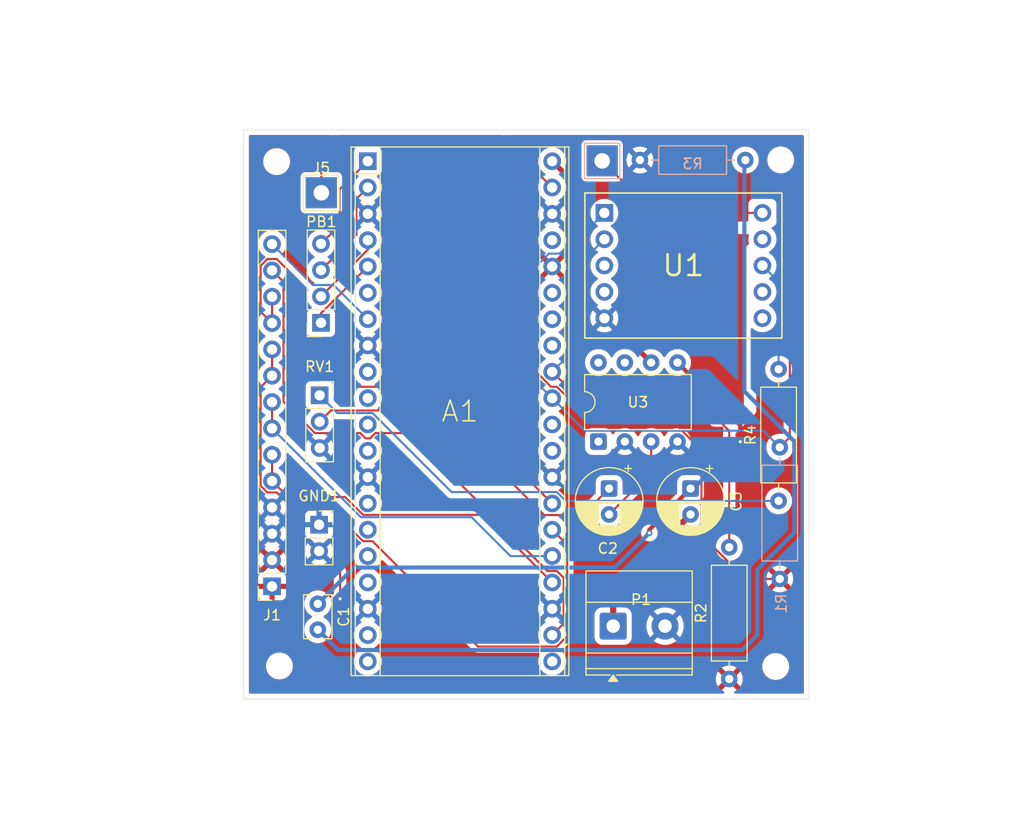
<source format=kicad_pcb>
(kicad_pcb (version 20241229) (generator "pcbnew") (generator_version "9.0")
  (layers (0 "F.Cu" signal) (2 "B.Cu" signal) (13 "F.Paste" user) (15 "B.Paste" user) (5 "F.SilkS" user "F.Silkscreen") (7 "B.SilkS" user "B.Silkscreen") (1 "F.Mask" user) (3 "B.Mask" user) (25 "Edge.Cuts" user))
  (net 0 "")
  (net 1 "GND")
  (net 2 "+3V3")
  (net 3 "Net-(U1-LOUT)")
  (net 9 "Net-(C1-Pad1)")
  (net 10 "Net-(C1-Pad2)")
  (net 11 "Net-(C2-Pad2)")
  (net 12 "Net-(C2-Pad1)")
  (net 13 "Net-(C3-Pad2)")
  (net 14 "Net-(A1-VSYS)")
  (net 16 "Net-(A1-GPIO18)")
  (net 17 "Net-(A1-GPIO26_ADC0)")
  (net 18 "Net-(A1-GPIO3)")
  (net 21 "Net-(A1-GPIO5)")
  (net 23 "Net-(A1-GPIO21)")
  (net 24 "Net-(A1-GPIO20)")
  (net 34 "Net-(A1-GPIO1)")
  (net 36 "Net-(A1-VBUS)")
  (net 37 "Net-(Antennae1-Pin_1)")
  (net 38 "Net-(A1-GPIO19)")
  (net 40 "Net-(A1-GPIO0)")
  (net 42 "Net-(A1-GPIO2)")
  (net 43 "Net-(A1-GPIO27_ADC1)")
  (net 44 "Net-(A1-GPIO17)")
  (net 46 "Net-(R4-Pad1)")
  (footprint "Capacitor_THT:C_Rect_L4.0mm_W2.5mm_P2.50mm" (layer "F.Cu") (at 101.32 111.17 -90)
    (property "Reference" "C1" (at 1.25 -2.5 90) (layer "F.SilkS"))
    (property "Value" "0.05uF")
    (pad "1" thru_hole circle (at 0 0 270) (size 1.6 1.6) (drill 0.8) (layers "*.Cu" "*.Mask") (net 9 "Net-(C1-Pad1)"))
    (pad "2" thru_hole circle (at 2.5 0 270) (size 1.6 1.6) (drill 0.8) (layers "*.Cu" "*.Mask") (net 10 "Net-(C1-Pad2)"))
  )
  (footprint "MountingHole:MountingHole_2.1mm" (layer "F.Cu") (at 145.95 68.35)
    (property "Reference" "H1" (hide yes))
    (property "Value" "MountingHole")
    (pad "" np_thru_hole circle (at 0 0) (size 2.1 2.1) (drill 2.1) (layers "*.Cu" "*.Mask"))
  )
  (footprint "Capacitor_THT:CP_Radial_D6.3mm_P2.50mm" (layer "F.Cu") (at 129.41 100.05 -90)
    (property "Reference" "C2" (at 5.78 0.13 0) (layer "F.SilkS"))
    (property "Value" "10uF")
    (pad "1" thru_hole roundrect (at 0 0 270) (size 1.6 1.6) (drill 0.8) (layers "*.Cu" "*.Mask") (roundrect_rratio 0.15625) (net 12 "Net-(C2-Pad1)"))
    (pad "2" thru_hole circle (at 2.5 0 270) (size 1.6 1.6) (drill 0.8) (layers "*.Cu" "*.Mask") (net 11 "Net-(C2-Pad2)"))
  )
  (footprint "Package_DIP:DIP-8_W7.62mm" (layer "F.Cu") (at 128.38 95.52 90)
    (property "Reference" "U3" (at 3.8 3.81 180) (layer "F.SilkS"))
    (property "Value" "LM386N-4_NOPB")
    (pad "1" thru_hole roundrect (at 0 0 90) (size 1.6 1.6) (drill 0.8) (layers "*.Cu" "*.Mask") (roundrect_rratio 0.15625))
    (pad "2" thru_hole circle (at 0 2.54 90) (size 1.6 1.6) (drill 0.8) (layers "*.Cu" "*.Mask") (net 1 "GND"))
    (pad "3" thru_hole circle (at 0 5.08 90) (size 1.6 1.6) (drill 0.8) (layers "*.Cu" "*.Mask") (net 11 "Net-(C2-Pad2)"))
    (pad "4" thru_hole circle (at 0 7.62 90) (size 1.6 1.6) (drill 0.8) (layers "*.Cu" "*.Mask") (net 1 "GND"))
    (pad "5" thru_hole circle (at 7.62 7.62 90) (size 1.6 1.6) (drill 0.8) (layers "*.Cu" "*.Mask") (net 9 "Net-(C1-Pad1)"))
    (pad "6" thru_hole circle (at 7.62 5.08 90) (size 1.6 1.6) (drill 0.8) (layers "*.Cu" "*.Mask") (net 36 "Net-(A1-VBUS)"))
    (pad "7" thru_hole circle (at 7.62 2.54 90) (size 1.6 1.6) (drill 0.8) (layers "*.Cu" "*.Mask"))
    (pad "8" thru_hole circle (at 7.62 0 90) (size 1.6 1.6) (drill 0.8) (layers "*.Cu" "*.Mask"))
  )
  (footprint "MountingHole:MountingHole_2.1mm" (layer "F.Cu") (at 145.47 117.22)
    (property "Reference" "H4" (hide yes))
    (property "Value" "MountingHole")
    (pad "" np_thru_hole circle (at 0 0) (size 2.1 2.1) (drill 2.1) (layers "*.Cu" "*.Mask"))
  )
  (footprint "Resistor_THT:R_Axial_DIN0309_L9.0mm_D3.2mm_P12.70mm_Horizontal" (layer "F.Cu") (at 140.99 118.42 90)
    (property "Reference" "R2" (at 6.35 -2.72 90) (layer "F.SilkS"))
    (property "Value" "2k")
    (pad "1" thru_hole circle (at 0 0 90) (size 1.6 1.6) (drill 0.8) (layers "*.Cu" "*.Mask") (net 2 "+3V3"))
    (pad "2" thru_hole circle (at 12.7 0 90) (size 1.6 1.6) (drill 0.8) (layers "*.Cu" "*.Mask") (net 43 "Net-(A1-GPIO27_ADC1)"))
  )
  (footprint "Connector_PinSocket_2.54mm:PinSocket_1x14_P2.54mm_Vertical" (layer "F.Cu") (at 96.91 109.49 180)
    (property "Reference" "J1" (at 0 -2.77 0) (layer "F.SilkS"))
    (property "Value" "OLED_SCREENS")
    (pad "1" thru_hole rect (at 0 0 180) (size 1.7 1.7) (drill 1) (layers "*.Cu" "*.Mask") (net 2 "+3V3"))
    (pad "2" thru_hole circle (at 0 2.54 180) (size 1.7 1.7) (drill 1) (layers "*.Cu" "*.Mask") (net 2 "+3V3"))
    (pad "3" thru_hole circle (at 0 5.08 180) (size 1.7 1.7) (drill 1) (layers "*.Cu" "*.Mask") (net 1 "GND"))
    (pad "4" thru_hole circle (at 0 7.62 180) (size 1.7 1.7) (drill 1) (layers "*.Cu" "*.Mask") (net 1 "GND"))
    (pad "5" thru_hole circle (at 0 10.16 180) (size 1.7 1.7) (drill 1) (layers "*.Cu" "*.Mask") (net 16 "Net-(A1-GPIO18)"))
    (pad "6" thru_hole circle (at 0 12.7 180) (size 1.7 1.7) (drill 1) (layers "*.Cu" "*.Mask") (net 16 "Net-(A1-GPIO18)"))
    (pad "7" thru_hole circle (at 0 15.24 180) (size 1.7 1.7) (drill 1) (layers "*.Cu" "*.Mask") (net 38 "Net-(A1-GPIO19)"))
    (pad "8" thru_hole circle (at 0 17.78 180) (size 1.7 1.7) (drill 1) (layers "*.Cu" "*.Mask") (net 38 "Net-(A1-GPIO19)"))
    (pad "9" thru_hole circle (at 0 20.32 180) (size 1.7 1.7) (drill 1) (layers "*.Cu" "*.Mask") (net 24 "Net-(A1-GPIO20)"))
    (pad "10" thru_hole circle (at 0 22.86 180) (size 1.7 1.7) (drill 1) (layers "*.Cu" "*.Mask") (net 24 "Net-(A1-GPIO20)"))
    (pad "11" thru_hole circle (at 0 25.4 180) (size 1.7 1.7) (drill 1) (layers "*.Cu" "*.Mask") (net 23 "Net-(A1-GPIO21)"))
    (pad "12" thru_hole circle (at 0 27.94 180) (size 1.7 1.7) (drill 1) (layers "*.Cu" "*.Mask") (net 23 "Net-(A1-GPIO21)"))
    (pad "13" thru_hole circle (at 0 30.48 180) (size 1.7 1.7) (drill 1) (layers "*.Cu" "*.Mask") (net 44 "Net-(A1-GPIO17)"))
    (pad "14" thru_hole circle (at 0 33.02 180) (size 1.7 1.7) (drill 1) (layers "*.Cu" "*.Mask") (net 21 "Net-(A1-GPIO5)"))
  )
  (footprint "Resistor_THT:R_Axial_DIN0309_L9.0mm_D3.2mm_P12.70mm_Horizontal" (layer "F.Cu") (at 145.75 101.24 90)
    (property "Reference" "R4" (at 6.35 -2.72 90) (layer "F.SilkS"))
    (property "Value" "10K")
    (pad "1" thru_hole circle (at 0 0 90) (size 1.6 1.6) (drill 0.8) (layers "*.Cu" "*.Mask") (net 46 "Net-(R4-Pad1)"))
    (pad "2" thru_hole circle (at 12.7 0 90) (size 1.6 1.6) (drill 0.8) (layers "*.Cu" "*.Mask") (net 3 "Net-(U1-LOUT)"))
  )
  (footprint "Connector_PinSocket_2.54mm:PinSocket_1x02_P2.54mm_Vertical" (layer "F.Cu") (at 101.445 103.54)
    (property "Reference" "GND1" (at 0 -2.77 0) (layer "F.SilkS"))
    (property "Value" "Conn_01x02_Socket")
    (pad "1" thru_hole rect (at 0 0) (size 1.7 1.7) (drill 1) (layers "*.Cu" "*.Mask") (net 1 "GND"))
    (pad "2" thru_hole circle (at 0 2.54) (size 1.7 1.7) (drill 1) (layers "*.Cu" "*.Mask") (net 1 "GND"))
  )
  (footprint "Connector_PinSocket_2.54mm:PinSocket_1x03_P2.54mm_Vertical" (layer "F.Cu") (at 101.5 91.06)
    (property "Reference" "RV1" (at 0 -2.77 0) (layer "F.SilkS"))
    (property "Value" "10K")
    (pad "1" thru_hole rect (at 0 0) (size 1.7 1.7) (drill 1) (layers "*.Cu" "*.Mask") (net 46 "Net-(R4-Pad1)"))
    (pad "2" thru_hole circle (at 0 2.54) (size 1.7 1.7) (drill 1) (layers "*.Cu" "*.Mask") (net 12 "Net-(C2-Pad1)"))
    (pad "3" thru_hole circle (at 0 5.08) (size 1.7 1.7) (drill 1) (layers "*.Cu" "*.Mask") (net 1 "GND"))
  )
  (footprint "ECE 299:RPi_Pico_TH" (layer "F.Cu") (at 115.03 92.6)
    (property "Reference" "A1" (at 0 0 0) (layer "F.SilkS") (effects (font (size 2 2))))
    (property "Value" "RaspberryPi_Pico_W")
    (pad "1" thru_hole rect (at -8.89 -24.13) (size 1.7 1.7) (drill 1) (layers "*.Cu" "*.Mask") (net 40 "Net-(A1-GPIO0)"))
    (pad "2" thru_hole circle (at -8.89 -21.59) (size 1.7 1.7) (drill 1) (layers "*.Cu" "*.Mask") (net 34 "Net-(A1-GPIO1)"))
    (pad "3" thru_hole circle (at -8.89 -19.05) (size 1.7 1.7) (drill 1) (layers "*.Cu" "*.Mask") (net 1 "GND"))
    (pad "4" thru_hole circle (at -8.89 -16.51) (size 1.7 1.7) (drill 1) (layers "*.Cu" "*.Mask") (net 42 "Net-(A1-GPIO2)"))
    (pad "5" thru_hole circle (at -8.89 -13.97) (size 1.7 1.7) (drill 1) (layers "*.Cu" "*.Mask") (net 18 "Net-(A1-GPIO3)"))
    (pad "6" thru_hole circle (at -8.89 -11.43) (size 1.7 1.7) (drill 1) (layers "*.Cu" "*.Mask"))
    (pad "7" thru_hole circle (at -8.89 -8.89) (size 1.7 1.7) (drill 1) (layers "*.Cu" "*.Mask") (net 21 "Net-(A1-GPIO5)"))
    (pad "8" thru_hole circle (at -8.89 -6.35) (size 1.7 1.7) (drill 1) (layers "*.Cu" "*.Mask") (net 1 "GND"))
    (pad "9" thru_hole circle (at -8.89 -3.81) (size 1.7 1.7) (drill 1) (layers "*.Cu" "*.Mask"))
    (pad "10" thru_hole circle (at -8.89 -1.27) (size 1.7 1.7) (drill 1) (layers "*.Cu" "*.Mask"))
    (pad "11" thru_hole circle (at -8.89 1.27) (size 1.7 1.7) (drill 1) (layers "*.Cu" "*.Mask"))
    (pad "12" thru_hole circle (at -8.89 3.81) (size 1.7 1.7) (drill 1) (layers "*.Cu" "*.Mask"))
    (pad "13" thru_hole circle (at -8.89 6.35) (size 1.7 1.7) (drill 1) (layers "*.Cu" "*.Mask") (net 1 "GND"))
    (pad "14" thru_hole circle (at -8.89 8.89) (size 1.7 1.7) (drill 1) (layers "*.Cu" "*.Mask"))
    (pad "15" thru_hole circle (at -8.89 11.43) (size 1.7 1.7) (drill 1) (layers "*.Cu" "*.Mask"))
    (pad "16" thru_hole circle (at -8.89 13.97) (size 1.7 1.7) (drill 1) (layers "*.Cu" "*.Mask"))
    (pad "17" thru_hole circle (at -8.89 16.51) (size 1.7 1.7) (drill 1) (layers "*.Cu" "*.Mask"))
    (pad "18" thru_hole circle (at -8.89 19.05) (size 1.7 1.7) (drill 1) (layers "*.Cu" "*.Mask") (net 1 "GND"))
    (pad "19" thru_hole circle (at -8.89 21.59) (size 1.7 1.7) (drill 1) (layers "*.Cu" "*.Mask"))
    (pad "20" thru_hole circle (at -8.89 24.13) (size 1.7 1.7) (drill 1) (layers "*.Cu" "*.Mask"))
    (pad "21" thru_hole circle (at 8.89 24.13) (size 1.7 1.7) (drill 1) (layers "*.Cu" "*.Mask"))
    (pad "22" thru_hole circle (at 8.89 21.59) (size 1.7 1.7) (drill 1) (layers "*.Cu" "*.Mask") (net 44 "Net-(A1-GPIO17)"))
    (pad "23" thru_hole circle (at 8.89 19.05) (size 1.7 1.7) (drill 1) (layers "*.Cu" "*.Mask") (net 1 "GND"))
    (pad "24" thru_hole circle (at 8.89 16.51) (size 1.7 1.7) (drill 1) (layers "*.Cu" "*.Mask") (net 16 "Net-(A1-GPIO18)"))
    (pad "25" thru_hole circle (at 8.89 13.97) (size 1.7 1.7) (drill 1) (layers "*.Cu" "*.Mask") (net 38 "Net-(A1-GPIO19)"))
    (pad "26" thru_hole circle (at 8.89 11.43) (size 1.7 1.7) (drill 1) (layers "*.Cu" "*.Mask") (net 24 "Net-(A1-GPIO20)"))
    (pad "27" thru_hole circle (at 8.89 8.89) (size 1.7 1.7) (drill 1) (layers "*.Cu" "*.Mask") (net 23 "Net-(A1-GPIO21)"))
    (pad "28" thru_hole circle (at 8.89 6.35) (size 1.7 1.7) (drill 1) (layers "*.Cu" "*.Mask") (net 1 "GND"))
    (pad "29" thru_hole circle (at 8.89 3.81) (size 1.7 1.7) (drill 1) (layers "*.Cu" "*.Mask"))
    (pad "30" thru_hole circle (at 8.89 1.27) (size 1.7 1.7) (drill 1) (layers "*.Cu" "*.Mask"))
    (pad "31" thru_hole circle (at 8.89 -1.27) (size 1.7 1.7) (drill 1) (layers "*.Cu" "*.Mask") (net 17 "Net-(A1-GPIO26_ADC0)"))
    (pad "32" thru_hole circle (at 8.89 -3.81) (size 1.7 1.7) (drill 1) (layers "*.Cu" "*.Mask") (net 43 "Net-(A1-GPIO27_ADC1)"))
    (pad "33" thru_hole circle (at 8.89 -6.35) (size 1.7 1.7) (drill 1) (layers "*.Cu" "*.Mask"))
    (pad "34" thru_hole circle (at 8.89 -8.89) (size 1.7 1.7) (drill 1) (layers "*.Cu" "*.Mask"))
    (pad "35" thru_hole circle (at 8.89 -11.43) (size 1.7 1.7) (drill 1) (layers "*.Cu" "*.Mask"))
    (pad "36" thru_hole circle (at 8.89 -13.97) (size 1.7 1.7) (drill 1) (layers "*.Cu" "*.Mask") (net 2 "+3V3"))
    (pad "37" thru_hole circle (at 8.89 -16.51) (size 1.7 1.7) (drill 1) (layers "*.Cu" "*.Mask"))
    (pad "38" thru_hole circle (at 8.89 -19.05) (size 1.7 1.7) (drill 1) (layers "*.Cu" "*.Mask") (net 1 "GND"))
    (pad "39" thru_hole circle (at 8.89 -21.59) (size 1.7 1.7) (drill 1) (layers "*.Cu" "*.Mask") (net 14 "Net-(A1-VSYS)"))
    (pad "40" thru_hole circle (at 8.89 -24.13) (size 1.7 1.7) (drill 1) (layers "*.Cu" "*.Mask") (net 36 "Net-(A1-VBUS)"))
  )
  (footprint "Connector_PinSocket_2.54mm:PinSocket_1x04_P2.54mm_Vertical" (layer "F.Cu") (at 101.63 84.06 180)
    (property "Reference" "PB1" (at -0.03 9.74 0) (layer "F.SilkS"))
    (property "Value" "Conn_01x04_Socket")
    (pad "1" thru_hole rect (at 0 0 180) (size 1.7 1.7) (drill 1) (layers "*.Cu" "*.Mask") (net 18 "Net-(A1-GPIO3)"))
    (pad "2" thru_hole circle (at 0 2.54 180) (size 1.7 1.7) (drill 1) (layers "*.Cu" "*.Mask") (net 42 "Net-(A1-GPIO2)"))
    (pad "3" thru_hole circle (at 0 5.08 180) (size 1.7 1.7) (drill 1) (layers "*.Cu" "*.Mask") (net 34 "Net-(A1-GPIO1)"))
    (pad "4" thru_hole circle (at 0 7.62 180) (size 1.7 1.7) (drill 1) (layers "*.Cu" "*.Mask") (net 40 "Net-(A1-GPIO0)"))
  )
  (footprint "MountingHole:MountingHole_2.1mm" (layer "F.Cu") (at 97.62 117.17)
    (property "Reference" "H3" (hide yes))
    (property "Value" "MountingHole")
    (pad "" np_thru_hole circle (at 0 0) (size 2.1 2.1) (drill 2.1) (layers "*.Cu" "*.Mask"))
  )
  (footprint "MountingHole:MountingHole_2.1mm" (layer "F.Cu") (at 97.35 68.51)
    (property "Reference" "H2" (hide yes))
    (property "Value" "MountingHole")
    (pad "" np_thru_hole circle (at 0 0) (size 2.1 2.1) (drill 2.1) (layers "*.Cu" "*.Mask"))
  )
  (footprint "ECE 299:RDA5807M_Module_TH" (layer "F.Cu") (at 136.57 78.54)
    (property "Reference" "U1" (at 0 0 0) (layer "F.SilkS") (effects (font (size 2 2) (thickness 0.25))))
    (property "Value" "RDA5807M_Module")
    (pad "1" thru_hole rect (at -7.62 -5.08 180) (size 1.7 1.7) (drill 1) (layers "*.Cu" "*.Mask") (net 17 "Net-(A1-GPIO26_ADC0)"))
    (pad "2" thru_hole circle (at -7.62 -2.54 180) (size 1.7 1.7) (drill 1) (layers "*.Cu" "*.Mask") (net 43 "Net-(A1-GPIO27_ADC1)"))
    (pad "3" thru_hole circle (at -7.62 0 180) (size 1.7 1.7) (drill 1) (layers "*.Cu" "*.Mask"))
    (pad "4" thru_hole circle (at -7.62 2.54 180) (size 1.7 1.7) (drill 1) (layers "*.Cu" "*.Mask"))
    (pad "5" thru_hole circle (at -7.62 5.08 180) (size 1.7 1.7) (drill 1) (layers "*.Cu" "*.Mask") (net 2 "+3V3"))
    (pad "6" thru_hole circle (at 7.62 5.08 180) (size 1.7 1.7) (drill 1) (layers "*.Cu" "*.Mask") (net 1 "GND"))
    (pad "7" thru_hole circle (at 7.62 2.54 180) (size 1.7 1.7) (drill 1) (layers "*.Cu" "*.Mask"))
    (pad "8" thru_hole circle (at 7.62 0 180) (size 1.7 1.7) (drill 1) (layers "*.Cu" "*.Mask") (net 3 "Net-(U1-LOUT)"))
    (pad "9" thru_hole circle (at 7.62 -2.54 180) (size 1.7 1.7) (drill 1) (layers "*.Cu" "*.Mask"))
    (pad "10" thru_hole circle (at 7.62 -5.08 180) (size 1.7 1.7) (drill 1) (layers "*.Cu" "*.Mask") (net 37 "Net-(Antennae1-Pin_1)"))
  )
  (footprint "TerminalBlock_Phoenix:TerminalBlock_Phoenix_MKDS-1,5-2_1x02_P5.00mm_Horizontal" (layer "F.Cu") (at 129.8 113.3225)
    (property "Reference" "P1" (at 2.69 -2.5525 0) (layer "F.SilkS"))
    (property "Value" "Speaker_Connect")
    (pad "1" thru_hole roundrect (at 0 0) (size 2.6 2.6) (drill 1.3) (layers "*.Cu" "*.Mask") (roundrect_rratio 0.096154) (net 13 "Net-(C3-Pad2)"))
    (pad "2" thru_hole circle (at 5 0) (size 2.6 2.6) (drill 1.3) (layers "*.Cu" "*.Mask") (net 1 "GND"))
  )
  (footprint "TestPoint:TestPoint_THTPad_3.0x3.0mm_Drill1.5mm" (layer "F.Cu") (at 101.66 71.52)
    (property "Reference" "J5" (at 0 -2.398 0) (layer "F.SilkS"))
    (property "Value" "5V5_INPUT_PIN")
    (pad "1" thru_hole rect (at 0 0) (size 3 3) (drill 1.5) (layers "*.Cu" "*.Mask") (net 14 "Net-(A1-VSYS)"))
  )
  (footprint "Capacitor_THT:CP_Radial_D6.3mm_P2.50mm" (layer "F.Cu") (at 137.26 100.05 -90)
    (property "Reference" "C3" (at 1.25 -4.4 90) (layer "F.SilkS"))
    (property "Value" "250uF")
    (pad "1" thru_hole roundrect (at 0 0 270) (size 1.6 1.6) (drill 0.8) (layers "*.Cu" "*.Mask") (roundrect_rratio 0.15625) (net 9 "Net-(C1-Pad1)"))
    (pad "2" thru_hole circle (at 2.5 0 270) (size 1.6 1.6) (drill 0.8) (layers "*.Cu" "*.Mask") (net 13 "Net-(C3-Pad2)"))
  )
  (footprint "Resistor_THT:R_Axial_DIN0309_L9.0mm_D3.2mm_P12.70mm_Horizontal" (layer "B.Cu") (at 145.86 108.77 90)
    (property "Reference" "R1" (at -2.39 0.15 90) (layer "B.SilkS") (effects (justify mirror)))
    (property "Value" "2k")
    (pad "1" thru_hole circle (at 0 0 90) (size 1.6 1.6) (drill 0.8) (layers "*.Cu" "*.Mask") (net 2 "+3V3"))
    (pad "2" thru_hole circle (at 12.7 0 90) (size 1.6 1.6) (drill 0.8) (layers "*.Cu" "*.Mask") (net 17 "Net-(A1-GPIO26_ADC0)"))
  )
  (footprint "TestPoint:TestPoint_THTPad_3.0x3.0mm_Drill1.5mm" (layer "B.Cu") (at 128.74 68.44 180)
    (property "Reference" "Antennae1" (hide yes))
    (property "Value" "GND_PIN")
    (pad "1" thru_hole rect (at 0 0 180) (size 3 3) (drill 1.5) (layers "*.Cu" "*.Mask") (net 37 "Net-(Antennae1-Pin_1)"))
  )
  (footprint "Resistor_THT:R_Axial_DIN0207_L6.3mm_D2.5mm_P10.16mm_Horizontal" (layer "B.Cu") (at 142.54 68.36 180)
    (property "Reference" "R3" (at 5.08 -0.36 0) (layer "B.SilkS") (effects (justify mirror)))
    (property "Value" "10")
    (pad "1" thru_hole circle (at 0 0 180) (size 1.6 1.6) (drill 0.8) (layers "*.Cu" "*.Mask") (net 10 "Net-(C1-Pad2)"))
    (pad "2" thru_hole circle (at 10.16 0 180) (size 1.6 1.6) (drill 0.8) (layers "*.Cu" "*.Mask") (net 1 "GND"))
  )
  (gr_rect (start 94.18 65.45) (end 148.68 120.34) (stroke (width 0.05)) (fill no) (layer "Edge.Cuts"))
  (segment (start 103.47 108.105) (end 101.445 106.08) (width 0.2) (layer "F.Cu") (net 1))
  (segment (start 103.47 110.69) (end 103.47 108.105) (width 0.2) (layer "F.Cu") (net 1))
  (via (at 103.47 110.69) (size 0.6) (drill 0.3) (layers "F.Cu" "B.Cu") (net 1))
  (segment (start 106.14 111.65) (end 105.18 110.69) (width 0.2) (layer "B.Cu") (net 1))
  (segment (start 105.18 110.69) (end 103.47 110.69) (width 0.2) (layer "B.Cu") (net 1))
  (segment (start 126.57805 92.431) (end 124.37605 90.229) (width 0.2) (layer "F.Cu") (net 2))
  (segment (start 145.86 108.77) (end 142.553661 108.77) (width 0.2) (layer "F.Cu") (net 2))
  (segment (start 134.397339 92.431) (end 126.57805 92.431) (width 0.2) (layer "F.Cu") (net 2))
  (segment (start 138.311 96.344661) (end 134.397339 92.431) (width 0.2) (layer "F.Cu") (net 2))
  (segment (start 121.13 87.55705) (end 121.13 81.42) (width 0.2) (layer "F.Cu") (net 2))
  (segment (start 144.19 107.1) (end 145.86 108.77) (width 0.2) (layer "F.Cu") (net 2))
  (segment (start 138.311 104.527339) (end 138.311 96.344661) (width 0.2) (layer "F.Cu") (net 2))
  (segment (start 142.553661 108.77) (end 138.311 104.527339) (width 0.2) (layer "F.Cu") (net 2))
  (segment (start 123.80195 90.229) (end 121.13 87.55705) (width 0.2) (layer "F.Cu") (net 2))
  (segment (start 124.37605 90.229) (end 123.80195 90.229) (width 0.2) (layer "F.Cu") (net 2))
  (segment (start 121.13 81.42) (end 123.92 78.63) (width 0.2) (layer "F.Cu") (net 2))
  (segment (start 145.75 80.1) (end 145.75 88.54) (width 0.2) (layer "B.Cu") (net 3))
  (segment (start 144.19 78.54) (end 145.75 80.1) (width 0.2) (layer "B.Cu") (net 3))
  (segment (start 133.29 104.02) (end 137.26 100.05) (width 0.4) (layer "F.Cu") (net 9))
  (segment (start 142.05 93.95) (end 136 87.9) (width 0.4) (layer "F.Cu") (net 9))
  (segment (start 133.29 104.02) (end 133.29 104.34) (width 0.4) (layer "F.Cu") (net 9))
  (segment (start 142.05 95.54) (end 142.05 93.95) (width 0.4) (layer "F.Cu") (net 9))
  (via (at 142.05 95.54) (size 0.6) (drill 0.3) (layers "F.Cu" "B.Cu") (net 9))
  (via (at 133.29 104.34) (size 0.6) (drill 0.3) (layers "F.Cu" "B.Cu") (net 9))
  (segment (start 104.819 107.671) (end 129.959 107.671) (width 0.4) (layer "B.Cu") (net 9))
  (segment (start 129.959 107.671) (end 133.29 104.34) (width 0.4) (layer "B.Cu") (net 9))
  (segment (start 137.54 100.05) (end 142.05 95.54) (width 0.4) (layer "B.Cu") (net 9))
  (segment (start 137.26 100.05) (end 137.54 100.05) (width 0.2) (layer "B.Cu") (net 9))
  (segment (start 101.32 111.17) (end 104.819 107.671) (width 0.4) (layer "B.Cu") (net 9))
  (segment (start 142.241 115.629) (end 143.7 114.17) (width 0.4) (layer "B.Cu") (net 10))
  (segment (start 143.7 114.17) (end 143.7 107.87) (width 0.4) (layer "B.Cu") (net 10))
  (segment (start 143.7 107.87) (end 147.262 104.308) (width 0.4) (layer "B.Cu") (net 10))
  (segment (start 101.32 113.67) (end 103.279 115.629) (width 0.4) (layer "B.Cu") (net 10))
  (segment (start 147.262 95.489272) (end 142.45 90.677272) (width 0.4) (layer "B.Cu") (net 10))
  (segment (start 142.45 68.45) (end 142.54 68.36) (width 0.2) (layer "B.Cu") (net 10))
  (segment (start 147.262 104.308) (end 147.262 95.489272) (width 0.4) (layer "B.Cu") (net 10))
  (segment (start 103.279 115.629) (end 142.241 115.629) (width 0.4) (layer "B.Cu") (net 10))
  (segment (start 142.45 90.677272) (end 142.45 68.45) (width 0.4) (layer "B.Cu") (net 10))
  (segment (start 129.41 102.55) (end 133.46 98.5) (width 0.2) (layer "F.Cu") (net 11))
  (segment (start 133.46 98.5) (end 133.46 95.52) (width 0.2) (layer "F.Cu") (net 11))
  (segment (start 113.06 92.52) (end 102.58 92.52) (width 0.2) (layer "F.Cu") (net 12))
  (segment (start 126.85 102.61) (end 123.15 102.61) (width 0.2) (layer "F.Cu") (net 12))
  (segment (start 129.41 100.05) (end 126.85 102.61) (width 0.2) (layer "F.Cu") (net 12))
  (segment (start 123.15 102.61) (end 113.06 92.52) (width 0.2) (layer "F.Cu") (net 12))
  (segment (start 102.58 92.52) (end 101.5 93.6) (width 0.2) (layer "F.Cu") (net 12))
  (segment (start 129.8 113.3225) (end 129.8 110.01) (width 0.6) (layer "F.Cu") (net 13))
  (segment (start 129.8 110.01) (end 137.26 102.55) (width 0.6) (layer "F.Cu") (net 13))
  (segment (start 103.449 66.051) (end 118.961 66.051) (width 0.2) (layer "F.Cu") (net 14))
  (segment (start 101.66 71.52) (end 101.66 67.84) (width 0.2) (layer "F.Cu") (net 14))
  (segment (start 101.66 67.84) (end 103.449 66.051) (width 0.2) (layer "F.Cu") (net 14))
  (segment (start 118.961 66.051) (end 123.92 71.01) (width 0.2) (layer "F.Cu") (net 14))
  (segment (start 98.45 100.87) (end 103.95 100.87) (width 0.2) (layer "F.Cu") (net 16))
  (segment (start 105.039 101.94605) (end 105.68395 102.591) (width 0.2) (layer "F.Cu") (net 16))
  (segment (start 105.68395 102.591) (end 117.401 102.591) (width 0.2) (layer "F.Cu") (net 16))
  (segment (start 96.91 99.33) (end 98.45 100.87) (width 0.2) (layer "F.Cu") (net 16))
  (segment (start 105.02605 101.94605) (end 105.039 101.94605) (width 0.2) (layer "F.Cu") (net 16))
  (segment (start 103.95 100.87) (end 105.02605 101.94605) (width 0.2) (layer "F.Cu") (net 16))
  (segment (start 96.91 99.33) (end 96.91 96.79) (width 0.2) (layer "F.Cu") (net 16))
  (segment (start 117.401 102.591) (end 123.92 109.11) (width 0.2) (layer "F.Cu") (net 16))
  (segment (start 146.83 76.1) (end 146.83 95.1) (width 0.2) (layer "F.Cu") (net 17))
  (segment (start 146.83 95.1) (end 145.86 96.07) (width 0.2) (layer "F.Cu") (net 17))
  (segment (start 125.021 77.389) (end 123.60395 77.389) (width 0.2) (layer "B.Cu") (net 17))
  (segment (start 127.059 94.469) (end 123.92 91.33) (width 0.2) (layer "B.Cu") (net 17))
  (segment (start 144.259 94.469) (end 127.059 94.469) (width 0.2) (layer "B.Cu") (net 17))
  (segment (start 121.59 89) (end 123.92 91.33) (width 0.2) (layer "B.Cu") (net 17))
  (segment (start 128.95 73.46) (end 125.021 77.389) (width 0.2) (layer "B.Cu") (net 17))
  (segment (start 145.86 96.07) (end 144.259 94.469) (width 0.2) (layer "B.Cu") (net 17))
  (segment (start 121.59 79.40295) (end 121.59 89) (width 0.2) (layer "B.Cu") (net 17))
  (segment (start 123.60395 77.389) (end 121.59 79.40295) (width 0.2) (layer "B.Cu") (net 17))
  (segment (start 101.63 84.06) (end 101.63 83.14) (width 0.2) (layer "F.Cu") (net 18))
  (segment (start 101.63 83.14) (end 106.14 78.63) (width 0.2) (layer "F.Cu") (net 18))
  (segment (start 102.849 80.419) (end 106.14 83.71) (width 0.2) (layer "B.Cu") (net 21))
  (segment (start 96.91 76.47) (end 100.859 80.419) (width 0.2) (layer "B.Cu") (net 21))
  (segment (start 100.859 80.419) (end 102.849 80.419) (width 0.2) (layer "B.Cu") (net 21))
  (segment (start 99.4 79.94295) (end 99.4 84.93) (width 0.2) (layer "F.Cu") (net 23))
  (segment (start 97.36605 77.909) (end 99.4 79.94295) (width 0.2) (layer "F.Cu") (net 23))
  (segment (start 95.809 82.989) (end 95.809 78.55395) (width 0.2) (layer "F.Cu") (net 23))
  (segment (start 95.809 78.55395) (end 96.45395 77.909) (width 0.2) (layer "F.Cu") (net 23))
  (segment (start 112.659 90.229) (end 123.92 101.49) (width 0.2) (layer "F.Cu") (net 23))
  (segment (start 104.699 90.229) (end 112.659 90.229) (width 0.2) (layer "F.Cu") (net 23))
  (segment (start 96.91 84.09) (end 95.809 82.989) (width 0.2) (layer "F.Cu") (net 23))
  (segment (start 96.45395 77.909) (end 97.36605 77.909) (width 0.2) (layer "F.Cu") (net 23))
  (segment (start 99.4 84.93) (end 104.699 90.229) (width 0.2) (layer "F.Cu") (net 23))
  (segment (start 96.91 84.09) (end 96.91 81.55) (width 0.2) (layer "F.Cu") (net 23))
  (segment (start 125.372 105.482) (end 125.372 114.29505) (width 0.2) (layer "F.Cu") (net 24))
  (segment (start 106.59605 105.131) (end 105.68395 105.131) (width 0.2) (layer "F.Cu") (net 24))
  (segment (start 95.809 90.271) (end 96.91 89.17) (width 0.2) (layer "F.Cu") (net 24))
  (segment (start 124.37605 115.291) (end 116.75605 115.291) (width 0.2) (layer "F.Cu") (net 24))
  (segment (start 95.809 99.78605) (end 95.809 90.271) (width 0.2) (layer "F.Cu") (net 24))
  (segment (start 96.45395 100.431) (end 95.809 99.78605) (width 0.2) (layer "F.Cu") (net 24))
  (segment (start 102.64395 102.091) (end 99.02605 102.091) (width 0.2) (layer "F.Cu") (net 24))
  (segment (start 116.75605 115.291) (end 106.59605 105.131) (width 0.2) (layer "F.Cu") (net 24))
  (segment (start 123.92 104.03) (end 125.372 105.482) (width 0.2) (layer "F.Cu") (net 24))
  (segment (start 96.91 89.17) (end 96.91 86.63) (width 0.2) (layer "F.Cu") (net 24))
  (segment (start 105.68395 105.131) (end 102.64395 102.091) (width 0.2) (layer "F.Cu") (net 24))
  (segment (start 99.02605 102.091) (end 97.36605 100.431) (width 0.2) (layer "F.Cu") (net 24))
  (segment (start 125.372 114.29505) (end 124.37605 115.291) (width 0.2) (layer "F.Cu") (net 24))
  (segment (start 97.36605 100.431) (end 96.45395 100.431) (width 0.2) (layer "F.Cu") (net 24))
  (segment (start 105.039 75.571) (end 105.039 72.111) (width 0.2) (layer "F.Cu") (net 34))
  (segment (start 105.039 72.111) (end 106.14 71.01) (width 0.2) (layer "F.Cu") (net 34))
  (segment (start 101.63 78.98) (end 105.039 75.571) (width 0.2) (layer "F.Cu") (net 34))
  (segment (start 126.94 86.2) (end 126.39 85.65) (width 0.5) (layer "F.Cu") (net 36))
  (segment (start 133.46 87.9) (end 131.76 86.2) (width 0.5) (layer "F.Cu") (net 36))
  (segment (start 126.39 70.94) (end 123.92 68.47) (width 0.5) (layer "F.Cu") (net 36))
  (segment (start 131.76 86.2) (end 126.94 86.2) (width 0.5) (layer "F.Cu") (net 36))
  (segment (start 126.39 85.65) (end 126.39 70.94) (width 0.5) (layer "F.Cu") (net 36))
  (segment (start 133.76 73.46) (end 144.19 73.46) (width 0.2) (layer "F.Cu") (net 37))
  (segment (start 128.74 68.44) (end 133.76 73.46) (width 0.2) (layer "F.Cu") (net 37))
  (segment (start 96.91 94.25) (end 96.91 91.71) (width 0.2) (layer "F.Cu") (net 38))
  (segment (start 119.900662 106.57) (end 123.92 106.57) (width 0.2) (layer "B.Cu") (net 38))
  (segment (start 116.150662 102.82) (end 119.900662 106.57) (width 0.2) (layer "B.Cu") (net 38))
  (segment (start 96.91 94.25) (end 105.48 102.82) (width 0.2) (layer "B.Cu") (net 38))
  (segment (start 105.48 102.82) (end 116.150662 102.82) (width 0.2) (layer "B.Cu") (net 38))
  (segment (start 101.63 76.44) (end 103.411 74.659) (width 0.2) (layer "F.Cu") (net 40))
  (segment (start 103.411 74.659) (end 103.411 71.199) (width 0.2) (layer "F.Cu") (net 40))
  (segment (start 103.411 71.199) (end 106.14 68.47) (width 0.2) (layer "F.Cu") (net 40))
  (segment (start 101.63 81.52) (end 106.14 77.01) (width 0.2) (layer "F.Cu") (net 42))
  (segment (start 106.14 77.01) (end 106.14 76.09) (width 0.2) (layer "F.Cu") (net 42))
  (segment (start 137.72 91.6) (end 139.598169 93.478169) (width 0.2) (layer "F.Cu") (net 43))
  (segment (start 126.73 91.6) (end 137.72 91.6) (width 0.2) (layer "F.Cu") (net 43))
  (segment (start 139.598169 93.478169) (end 139.978169 93.478169) (width 0.2) (layer "F.Cu") (net 43))
  (segment (start 123.92 88.79) (end 126.73 91.6) (width 0.2) (layer "F.Cu") (net 43))
  (segment (start 139.978169 93.478169) (end 140.99 94.49) (width 0.2) (layer "F.Cu") (net 43))
  (segment (start 140.99 105.72) (end 140.99 94.49) (width 0.2) (layer "F.Cu") (net 43))
  (segment (start 126.15 86.56) (end 123.92 88.79) (width 0.2) (layer "B.Cu") (net 43))
  (segment (start 128.95 76) (end 126.15 78.8) (width 0.2) (layer "B.Cu") (net 43))
  (segment (start 126.15 78.8) (end 126.15 86.56) (width 0.2) (layer "B.Cu") (net 43))
  (segment (start 124.37605 108.009) (end 123.46395 108.009) (width 0.2) (layer "F.Cu") (net 44))
  (segment (start 106.86605 94.701) (end 106.35705 95.21) (width 0.2) (layer "F.Cu") (net 44))
  (segment (start 110.15595 94.701) (end 106.86605 94.701) (width 0.2) (layer "F.Cu") (net 44))
  (segment (start 125.021 108.65395) (end 124.37605 108.009) (width 0.2) (layer "F.Cu") (net 44))
  (segment (start 123.92 114.19) (end 125.021 113.089) (width 0.2) (layer "F.Cu") (net 44))
  (segment (start 123.46395 108.009) (end 110.15595 94.701) (width 0.2) (layer "F.Cu") (net 44))
  (segment (start 101.04395 94.701) (end 98.011 91.66805) (width 0.2) (layer "F.Cu") (net 44))
  (segment (start 106.35705 95.21) (end 105.92295 95.21) (width 0.2) (layer "F.Cu") (net 44))
  (segment (start 105.41395 94.701) (end 101.04395 94.701) (width 0.2) (layer "F.Cu") (net 44))
  (segment (start 98.011 80.111) (end 96.91 79.01) (width 0.2) (layer "F.Cu") (net 44))
  (segment (start 125.021 113.089) (end 125.021 108.65395) (width 0.2) (layer "F.Cu") (net 44))
  (segment (start 105.92295 95.21) (end 105.41395 94.701) (width 0.2) (layer "F.Cu") (net 44))
  (segment (start 98.011 91.66805) (end 98.011 80.111) (width 0.2) (layer "F.Cu") (net 44))
  (segment (start 124.37605 100.389) (end 114.21605 100.389) (width 0.2) (layer "B.Cu") (net 46))
  (segment (start 125.22705 101.24) (end 124.37605 100.389) (width 0.2) (layer "B.Cu") (net 46))
  (segment (start 145.75 101.24) (end 125.22705 101.24) (width 0.2) (layer "B.Cu") (net 46))
  (segment (start 103.209 92.769) (end 101.5 91.06) (width 0.2) (layer "B.Cu") (net 46))
  (segment (start 114.21605 100.389) (end 106.59605 92.769) (width 0.2) (layer "B.Cu") (net 46))
  (segment (start 106.59605 92.769) (end 103.209 92.769) (width 0.2) (layer "B.Cu") (net 46))
  (zone (net 2) (net_name "+3V3") (layer "F.Cu") (priority 1) (connect_pads (clearance 0.5)) (min_thickness 0.25) (fill yes (thermal_gap 0.5) (thermal_bridge_width 0.5))
    (polygon (pts (xy 82.57 53.26) (xy 167.3 53.15) (xy 169.42 132.54) (xy 70.68 133.87) (xy 73.01 54.26) (xy 86.91 52.92) (xy 87.13 53.04)))
  )
  (zone (net 1) (net_name "GND") (layer "B.Cu") (connect_pads (clearance 0.5)) (min_thickness 0.25) (fill yes (thermal_gap 0.5) (thermal_bridge_width 0.5))
    (polygon (pts (xy 92.51 62.97) (xy 150.81 62.76) (xy 151.5 123.77) (xy 90.98 124.26) (xy 92.53 62.98) (xy 92.53 62.97)))
  )
)
</source>
